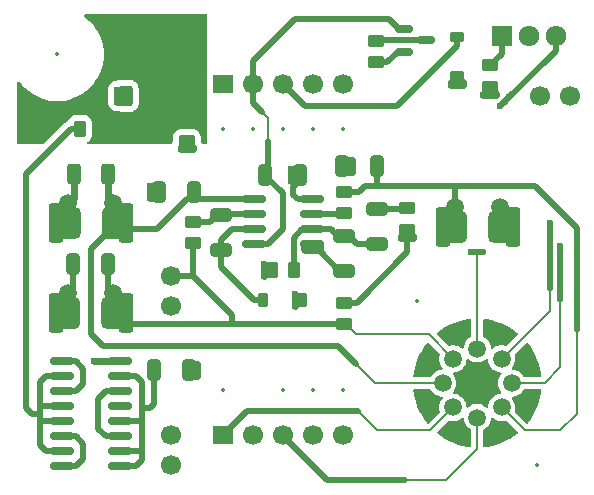
<source format=gtl>
%TF.GenerationSoftware,KiCad,Pcbnew,8.0.6*%
%TF.CreationDate,2024-11-21T00:19:29+01:00*%
%TF.ProjectId,3458A Ref A9 Clone,33343538-4120-4526-9566-20413920436c,rev?*%
%TF.SameCoordinates,Original*%
%TF.FileFunction,Copper,L1,Top*%
%TF.FilePolarity,Positive*%
%FSLAX46Y46*%
G04 Gerber Fmt 4.6, Leading zero omitted, Abs format (unit mm)*
G04 Created by KiCad (PCBNEW 8.0.6) date 2024-11-21 00:19:29*
%MOMM*%
%LPD*%
G01*
G04 APERTURE LIST*
G04 Aperture macros list*
%AMRoundRect*
0 Rectangle with rounded corners*
0 $1 Rounding radius*
0 $2 $3 $4 $5 $6 $7 $8 $9 X,Y pos of 4 corners*
0 Add a 4 corners polygon primitive as box body*
4,1,4,$2,$3,$4,$5,$6,$7,$8,$9,$2,$3,0*
0 Add four circle primitives for the rounded corners*
1,1,$1+$1,$2,$3*
1,1,$1+$1,$4,$5*
1,1,$1+$1,$6,$7*
1,1,$1+$1,$8,$9*
0 Add four rect primitives between the rounded corners*
20,1,$1+$1,$2,$3,$4,$5,0*
20,1,$1+$1,$4,$5,$6,$7,0*
20,1,$1+$1,$6,$7,$8,$9,0*
20,1,$1+$1,$8,$9,$2,$3,0*%
G04 Aperture macros list end*
%TA.AperFunction,SMDPad,CuDef*%
%ADD10RoundRect,0.150000X0.825000X0.150000X-0.825000X0.150000X-0.825000X-0.150000X0.825000X-0.150000X0*%
%TD*%
%TA.AperFunction,SMDPad,CuDef*%
%ADD11RoundRect,0.250000X-0.362500X-1.425000X0.362500X-1.425000X0.362500X1.425000X-0.362500X1.425000X0*%
%TD*%
%TA.AperFunction,ComponentPad*%
%ADD12C,1.500000*%
%TD*%
%TA.AperFunction,SMDPad,CuDef*%
%ADD13RoundRect,0.405613X-0.588137X-0.919387X0.588137X-0.919387X0.588137X0.919387X-0.588137X0.919387X0*%
%TD*%
%TA.AperFunction,SMDPad,CuDef*%
%ADD14RoundRect,0.420919X-0.610331X-0.904081X0.610331X-0.904081X0.610331X0.904081X-0.610331X0.904081X0*%
%TD*%
%TA.AperFunction,SMDPad,CuDef*%
%ADD15RoundRect,0.225000X-0.375000X0.225000X-0.375000X-0.225000X0.375000X-0.225000X0.375000X0.225000X0*%
%TD*%
%TA.AperFunction,SMDPad,CuDef*%
%ADD16RoundRect,0.250000X0.262500X0.450000X-0.262500X0.450000X-0.262500X-0.450000X0.262500X-0.450000X0*%
%TD*%
%TA.AperFunction,SMDPad,CuDef*%
%ADD17RoundRect,0.250000X-0.450000X0.262500X-0.450000X-0.262500X0.450000X-0.262500X0.450000X0.262500X0*%
%TD*%
%TA.AperFunction,SMDPad,CuDef*%
%ADD18RoundRect,0.250000X0.362500X1.425000X-0.362500X1.425000X-0.362500X-1.425000X0.362500X-1.425000X0*%
%TD*%
%TA.AperFunction,SMDPad,CuDef*%
%ADD19RoundRect,0.405613X0.588137X0.919387X-0.588137X0.919387X-0.588137X-0.919387X0.588137X-0.919387X0*%
%TD*%
%TA.AperFunction,SMDPad,CuDef*%
%ADD20RoundRect,0.420919X0.610331X0.904081X-0.610331X0.904081X-0.610331X-0.904081X0.610331X-0.904081X0*%
%TD*%
%TA.AperFunction,SMDPad,CuDef*%
%ADD21RoundRect,0.250000X-0.650000X0.325000X-0.650000X-0.325000X0.650000X-0.325000X0.650000X0.325000X0*%
%TD*%
%TA.AperFunction,SMDPad,CuDef*%
%ADD22RoundRect,0.250000X-0.262500X-0.450000X0.262500X-0.450000X0.262500X0.450000X-0.262500X0.450000X0*%
%TD*%
%TA.AperFunction,SMDPad,CuDef*%
%ADD23RoundRect,0.250000X0.650000X-0.325000X0.650000X0.325000X-0.650000X0.325000X-0.650000X-0.325000X0*%
%TD*%
%TA.AperFunction,ComponentPad*%
%ADD24R,1.700000X1.524000*%
%TD*%
%TA.AperFunction,ComponentPad*%
%ADD25C,1.700000*%
%TD*%
%TA.AperFunction,SMDPad,CuDef*%
%ADD26RoundRect,0.250000X0.450000X-0.262500X0.450000X0.262500X-0.450000X0.262500X-0.450000X-0.262500X0*%
%TD*%
%TA.AperFunction,SMDPad,CuDef*%
%ADD27RoundRect,0.150000X-0.825000X-0.150000X0.825000X-0.150000X0.825000X0.150000X-0.825000X0.150000X0*%
%TD*%
%TA.AperFunction,SMDPad,CuDef*%
%ADD28RoundRect,0.250000X-0.312500X-0.625000X0.312500X-0.625000X0.312500X0.625000X-0.312500X0.625000X0*%
%TD*%
%TA.AperFunction,SMDPad,CuDef*%
%ADD29RoundRect,0.250000X-0.325000X-0.650000X0.325000X-0.650000X0.325000X0.650000X-0.325000X0.650000X0*%
%TD*%
%TA.AperFunction,SMDPad,CuDef*%
%ADD30RoundRect,0.250000X0.325000X0.650000X-0.325000X0.650000X-0.325000X-0.650000X0.325000X-0.650000X0*%
%TD*%
%TA.AperFunction,SMDPad,CuDef*%
%ADD31RoundRect,0.225000X0.225000X0.375000X-0.225000X0.375000X-0.225000X-0.375000X0.225000X-0.375000X0*%
%TD*%
%TA.AperFunction,ComponentPad*%
%ADD32R,1.710000X1.800000*%
%TD*%
%TA.AperFunction,ComponentPad*%
%ADD33O,1.710000X1.800000*%
%TD*%
%TA.AperFunction,SMDPad,CuDef*%
%ADD34RoundRect,0.150000X-0.587500X-0.150000X0.587500X-0.150000X0.587500X0.150000X-0.587500X0.150000X0*%
%TD*%
%TA.AperFunction,ViaPad*%
%ADD35C,0.600000*%
%TD*%
%TA.AperFunction,Conductor*%
%ADD36C,0.508000*%
%TD*%
%TA.AperFunction,Conductor*%
%ADD37C,0.600000*%
%TD*%
%TA.AperFunction,Conductor*%
%ADD38C,0.200000*%
%TD*%
%ADD39C,0.300000*%
%ADD40C,0.350000*%
G04 APERTURE END LIST*
D10*
%TO.P,U402,1*%
%TO.N,Net-(C1-Pad1)*%
X155637000Y-112776000D03*
%TO.P,U402,2,-*%
%TO.N,Net-(U402A--)*%
X155637000Y-111506000D03*
%TO.P,U402,3,+*%
%TO.N,Net-(U402A-+)*%
X155637000Y-110236000D03*
%TO.P,U402,4,V-*%
%TO.N,J400 (2): REF GND*%
X155637000Y-108966000D03*
%TO.P,U402,5,+*%
%TO.N,Net-(U402B-+)*%
X150687000Y-108966000D03*
%TO.P,U402,6,-*%
%TO.N,Net-(U402B--)*%
X150687000Y-110236000D03*
%TO.P,U402,7*%
%TO.N,Net-(D400-A)*%
X150687000Y-111506000D03*
%TO.P,U402,8,V+*%
%TO.N,+18*%
X150687000Y-112776000D03*
%TD*%
D11*
%TO.P,R415,1*%
%TO.N,+7V REF*%
X133968900Y-110998000D03*
D12*
X135001000Y-109270800D03*
D13*
X135036800Y-110998000D03*
D12*
%TO.P,R415,2*%
%TO.N,Net-(U402B-+)*%
X138811000Y-109270800D03*
D14*
X138861800Y-110998000D03*
D11*
X139893900Y-110998000D03*
%TD*%
D15*
%TO.P,D401,1,K*%
%TO.N,J401 (3): GND Heater*%
X167894000Y-95251000D03*
%TO.P,D401,2,A*%
%TO.N,Net-(D401-A)*%
X167894000Y-98551000D03*
%TD*%
D16*
%TO.P,R416,1*%
%TO.N,Net-(U402A--)*%
X154074500Y-114935000D03*
%TO.P,R416,2*%
%TO.N,J400 (1): Temp*%
X152249500Y-114935000D03*
%TD*%
D17*
%TO.P,R1,1*%
%TO.N,Net-(U402B--)*%
X145542000Y-110847500D03*
%TO.P,R1,2*%
%TO.N,ZD-*%
X145542000Y-112672500D03*
%TD*%
D18*
%TO.P,R413,1*%
%TO.N,+7V REF*%
X172634500Y-111328200D03*
D12*
X171577000Y-109601000D03*
D19*
X171566600Y-111328200D03*
D12*
%TO.P,R413,2*%
%TO.N,Net-(C414-Pad1)*%
X167767000Y-109601000D03*
D20*
X167741600Y-111328200D03*
D18*
X166709500Y-111328200D03*
%TD*%
D21*
%TO.P,C412,1*%
%TO.N,Net-(C412-Pad1)*%
X161163000Y-109776999D03*
%TO.P,C412,2*%
%TO.N,Net-(U402A--)*%
X161163000Y-112727001D03*
%TD*%
D22*
%TO.P,R5,1*%
%TO.N,J400 (2): REF GND*%
X135993500Y-102997000D03*
%TO.P,R5,2*%
%TO.N,-15*%
X137818500Y-102997000D03*
%TD*%
D23*
%TO.P,C1,1*%
%TO.N,Net-(C1-Pad1)*%
X158369000Y-115013001D03*
%TO.P,C1,2*%
%TO.N,Net-(U402A--)*%
X158369000Y-112062999D03*
%TD*%
D12*
%TO.P,U401,1*%
%TO.N,Net-(Q401-E)*%
X172543018Y-124519986D03*
%TO.P,U401,2*%
%TO.N,Net-(D401-A)*%
X171687770Y-122455234D03*
%TO.P,U401,3*%
%TO.N,+7V REF*%
X169623018Y-121599986D03*
%TO.P,U401,4*%
%TO.N,ZD-*%
X167558266Y-122455234D03*
%TO.P,U401,5*%
%TO.N,Net-(U402B-+)*%
X166703018Y-124519986D03*
%TO.P,U401,6*%
%TO.N,J400 (1): Temp*%
X167558266Y-126584738D03*
%TO.P,U401,7*%
%TO.N,J400 (2): REF GND*%
X169623018Y-127439986D03*
%TO.P,U401,8*%
%TO.N,Net-(C414-Pad1)*%
X171687770Y-126584738D03*
%TD*%
D24*
%TO.P,J400,1,Pin_1*%
%TO.N,J400 (1): Temp*%
X148080000Y-128940000D03*
D25*
%TO.P,J400,2,Pin_2*%
%TO.N,unconnected-(J400-Pin_2-Pad2)*%
X150620000Y-128940000D03*
%TO.P,J400,3,Pin_3*%
%TO.N,J400 (2): REF GND*%
X153160000Y-128940000D03*
%TO.P,J400,4,Pin_4*%
%TO.N,+7V REF*%
X155700000Y-128940000D03*
%TO.P,J400,5,Pin_5*%
%TO.N,J400 (2): REF GND*%
X158240000Y-128940000D03*
%TD*%
D18*
%TO.P,R414,1*%
%TO.N,ZD-*%
X139868500Y-118618000D03*
D12*
X138811000Y-116890800D03*
D19*
X138800600Y-118618000D03*
D12*
%TO.P,R414,2*%
%TO.N,J400 (2): REF GND*%
X135001000Y-116890800D03*
D20*
X134975600Y-118618000D03*
D18*
X133943500Y-118618000D03*
%TD*%
D26*
%TO.P,R6,1*%
%TO.N,J400 (2): REF GND*%
X145034000Y-104036500D03*
%TO.P,R6,2*%
%TO.N,-15*%
X145034000Y-102211500D03*
%TD*%
D27*
%TO.P,RN1,1,R1.1*%
%TO.N,Net-(RN1A-R1.1)*%
X134431000Y-122682000D03*
%TO.P,RN1,2,R2.1*%
%TO.N,J400 (2): REF GND*%
X134431000Y-123952000D03*
%TO.P,RN1,3,R3.1*%
%TO.N,Net-(RN1A-R1.1)*%
X134431000Y-125222000D03*
%TO.P,RN1,4,R4.1*%
%TO.N,J400 (2): REF GND*%
X134431000Y-126492000D03*
%TO.P,RN1,5,R5.1*%
X134431000Y-127762000D03*
%TO.P,RN1,6,R6.1*%
%TO.N,Net-(RN1F-R6.1)*%
X134431000Y-129032000D03*
%TO.P,RN1,7,R7.1*%
%TO.N,J400 (2): REF GND*%
X134431000Y-130302000D03*
%TO.P,RN1,8,R8.1*%
%TO.N,Net-(RN1F-R6.1)*%
X134431000Y-131572000D03*
%TO.P,RN1,9,R8.2*%
%TO.N,J400 (1): Temp*%
X139381000Y-131572000D03*
%TO.P,RN1,10,R7.2*%
X139381000Y-130302000D03*
%TO.P,RN1,11,R6.2*%
%TO.N,Net-(RN1C-R3.2)*%
X139381000Y-129032000D03*
%TO.P,RN1,12,R5.2*%
%TO.N,J400 (1): Temp*%
X139381000Y-127762000D03*
%TO.P,RN1,13,R4.2*%
%TO.N,unconnected-(RN1D-R4.2-Pad13)*%
X139381000Y-126492000D03*
%TO.P,RN1,14,R3.2*%
%TO.N,Net-(RN1C-R3.2)*%
X139381000Y-125222000D03*
%TO.P,RN1,15,R2.2*%
%TO.N,J400 (1): Temp*%
X139381000Y-123952000D03*
%TO.P,RN1,16,R1.2*%
%TO.N,+7V REF*%
X139381000Y-122682000D03*
%TD*%
D28*
%TO.P,R2,1*%
%TO.N,+7V REF*%
X135443500Y-106807000D03*
%TO.P,R2,2*%
%TO.N,Net-(U402B-+)*%
X138368500Y-106807000D03*
%TD*%
D17*
%TO.P,R417,1*%
%TO.N,Net-(Q401-E)*%
X158369000Y-117705500D03*
%TO.P,R417,2*%
%TO.N,ZD-*%
X158369000Y-119530500D03*
%TD*%
D25*
%TO.P,TP2,1,1*%
%TO.N,J400 (2): REF GND*%
X143713200Y-131445000D03*
%TD*%
D28*
%TO.P,R419,1*%
%TO.N,J400 (2): REF GND*%
X139888500Y-100203000D03*
%TO.P,R419,2*%
%TO.N,-15*%
X142813500Y-100203000D03*
%TD*%
D21*
%TO.P,C3,1*%
%TO.N,Net-(U402B--)*%
X147955000Y-110284999D03*
%TO.P,C3,2*%
%TO.N,Net-(D400-A)*%
X147955000Y-113235001D03*
%TD*%
D29*
%TO.P,C413,1*%
%TO.N,+18*%
X151686999Y-106934000D03*
%TO.P,C413,2*%
%TO.N,J400 (2): REF GND*%
X154637001Y-106934000D03*
%TD*%
D30*
%TO.P,C414,1*%
%TO.N,Net-(C414-Pad1)*%
X161163000Y-106172000D03*
%TO.P,C414,2*%
%TO.N,J400 (2): REF GND*%
X158212998Y-106172000D03*
%TD*%
D25*
%TO.P,TP6,1,1*%
%TO.N,Net-(D401-A)*%
X174955200Y-100177600D03*
%TD*%
D31*
%TO.P,D400,1,K*%
%TO.N,+7V REF*%
X154812000Y-117475000D03*
%TO.P,D400,2,A*%
%TO.N,Net-(D400-A)*%
X151512000Y-117475000D03*
%TD*%
D26*
%TO.P,R421,1*%
%TO.N,Net-(Q1-S)*%
X161036000Y-97354399D03*
%TO.P,R421,2*%
%TO.N,+7V REF*%
X161036000Y-95529399D03*
%TD*%
D25*
%TO.P,TP3,1,1*%
%TO.N,ZD-*%
X143715000Y-115443000D03*
%TD*%
%TO.P,TP4,1,1*%
%TO.N,J400 (2): REF GND*%
X143715000Y-117983000D03*
%TD*%
D32*
%TO.P,Q401,1,B*%
%TO.N,J401 (1): Heater*%
X171715000Y-95122000D03*
D33*
%TO.P,Q401,2,C*%
%TO.N,+18H*%
X173994999Y-95122000D03*
%TO.P,Q401,3,E*%
%TO.N,Net-(Q401-E)*%
X176275000Y-95122000D03*
%TD*%
D25*
%TO.P,TP5,1,1*%
%TO.N,Net-(Q401-E)*%
X177495200Y-100177600D03*
%TD*%
D26*
%TO.P,R420,1*%
%TO.N,Net-(Q401-E)*%
X163703000Y-111529500D03*
%TO.P,R420,2*%
%TO.N,Net-(C412-Pad1)*%
X163703000Y-109704500D03*
%TD*%
%TO.P,R4,1*%
%TO.N,Net-(U402A-+)*%
X158369000Y-110132500D03*
%TO.P,R4,2*%
%TO.N,Net-(C414-Pad1)*%
X158369000Y-108307500D03*
%TD*%
D30*
%TO.P,C411,1*%
%TO.N,Net-(U402B-+)*%
X145620001Y-108331000D03*
%TO.P,C411,2*%
%TO.N,J400 (2): REF GND*%
X142669999Y-108331000D03*
%TD*%
D25*
%TO.P,TP1,1,1*%
%TO.N,J400 (1): Temp*%
X143713200Y-128905000D03*
%TD*%
D17*
%TO.P,R418,1*%
%TO.N,J401 (1): Heater*%
X170688000Y-97616000D03*
%TO.P,R418,2*%
%TO.N,Net-(C1-Pad1)*%
X170688000Y-99441000D03*
%TD*%
D34*
%TO.P,Q1,1,D*%
%TO.N,+18*%
X163400500Y-94554000D03*
%TO.P,Q1,2,S*%
%TO.N,Net-(Q1-S)*%
X163400500Y-96454000D03*
%TO.P,Q1,3,G*%
%TO.N,+7V REF*%
X165275501Y-95504000D03*
%TD*%
D29*
%TO.P,C4,1*%
%TO.N,J400 (1): Temp*%
X142238199Y-123444000D03*
%TO.P,C4,2*%
%TO.N,J400 (2): REF GND*%
X145188201Y-123444000D03*
%TD*%
D30*
%TO.P,C5,1*%
%TO.N,ZD-*%
X138381001Y-114427000D03*
%TO.P,C5,2*%
%TO.N,J400 (2): REF GND*%
X135430999Y-114427000D03*
%TD*%
D24*
%TO.P,J401,1,Pin_1*%
%TO.N,J401 (1): Heater*%
X148090000Y-99210000D03*
D25*
%TO.P,J401,2,Pin_2*%
%TO.N,+18*%
X150630000Y-99210000D03*
%TO.P,J401,3,Pin_3*%
%TO.N,J401 (3): GND Heater*%
X153170000Y-99210000D03*
%TO.P,J401,4,Pin_4*%
%TO.N,-15*%
X155710000Y-99210000D03*
%TO.P,J401,5,Pin_5*%
%TO.N,+18H*%
X158250000Y-99210000D03*
%TD*%
D35*
%TO.N,+7V REF*%
X162560001Y-95504001D03*
X137718800Y-122682000D03*
X154178000Y-116967000D03*
X169113200Y-113411000D03*
X154178000Y-117983000D03*
X154178000Y-117475000D03*
X138226800Y-122682000D03*
X137210801Y-122682001D03*
X170129199Y-113410999D03*
X169621200Y-113411000D03*
X163068000Y-95504000D03*
X163576000Y-95504000D03*
%TO.N,J400 (2): REF GND*%
X139164699Y-100203001D03*
X159004000Y-106172000D03*
X153896699Y-106425999D03*
X145923000Y-123952001D03*
X159004000Y-106680000D03*
X145541999Y-104726099D03*
X159003999Y-105664000D03*
X145034000Y-104726100D03*
X141935200Y-107822999D03*
X144526000Y-104726100D03*
X132588000Y-127635000D03*
X145922999Y-122936001D03*
X132588000Y-127127000D03*
X141935200Y-108331000D03*
X141935201Y-108838999D03*
X139164700Y-100710998D03*
X153896700Y-107441999D03*
X132588000Y-126619000D03*
X139164699Y-99694998D03*
X153896699Y-106934000D03*
X145923000Y-123443998D03*
%TO.N,J400 (1): Temp*%
X141224000Y-126644400D03*
X151559900Y-114935000D03*
X151559900Y-114427000D03*
X141224000Y-127152400D03*
X141224000Y-127660400D03*
X151559900Y-115443000D03*
%TO.N,Net-(D401-A)*%
X167386000Y-99314000D03*
X175768000Y-111506000D03*
X167894000Y-99314000D03*
X168402000Y-99314000D03*
X175768001Y-112013999D03*
X175768000Y-110998000D03*
%TO.N,unconnected-(J400-Pin_2-Pad2)*%
X167672582Y-129230870D03*
X168660411Y-129536199D03*
X173263271Y-126836632D03*
X170688000Y-124519986D03*
X168216436Y-124941614D03*
X167352836Y-120871572D03*
X170599625Y-120329957D03*
X168660411Y-128710015D03*
X165981604Y-126797168D03*
X170561000Y-128727200D03*
X173176832Y-123063000D03*
X164610004Y-125450968D03*
X165422804Y-125450968D03*
X170561000Y-129540000D03*
X168216436Y-124103414D03*
X173837232Y-123589004D03*
X164613805Y-123550379D03*
X164914804Y-126466968D03*
X173168239Y-125997718D03*
X174646231Y-125489593D03*
X168173032Y-120973172D03*
X171946664Y-120886733D03*
X174650032Y-123589004D03*
X166768636Y-120287372D03*
X171587454Y-119809102D03*
X171107750Y-120981765D03*
X165422028Y-121628604D03*
X165439989Y-123550379D03*
X171907200Y-128168400D03*
X166083204Y-125976972D03*
X167683036Y-119804772D03*
X170180000Y-124519986D03*
X173278432Y-122242804D03*
X173820047Y-125489593D03*
X172521400Y-120311996D03*
X171043600Y-124942600D03*
X168699036Y-120312772D03*
X171043600Y-124104400D03*
X174340902Y-126477422D03*
X166091797Y-123042254D03*
X164919134Y-122562550D03*
X173862632Y-121658604D03*
X174345232Y-122573004D03*
X166738636Y-128727976D03*
X167313372Y-128153239D03*
X165996765Y-122203340D03*
X172491400Y-128752600D03*
X169630018Y-124519986D03*
X165397404Y-127381368D03*
X173838008Y-127411368D03*
X171577000Y-129235200D03*
X170599625Y-119503773D03*
X168572036Y-124519000D03*
X169080036Y-124519000D03*
X171087004Y-128066800D03*
X168699036Y-119499972D03*
X168152286Y-128058207D03*
%TO.N,-15*%
X145034000Y-101521900D03*
X138531600Y-103505000D03*
X143560800Y-100710999D03*
X144526001Y-101521901D03*
X143560799Y-99695000D03*
X138531600Y-102997000D03*
X138531599Y-102489001D03*
X143560800Y-100203001D03*
X145542000Y-101521900D03*
%TO.N,Net-(Q401-E)*%
X164211000Y-112217200D03*
X176657001Y-113918999D03*
X176657000Y-112903000D03*
X163195000Y-112217200D03*
X172339000Y-100330000D03*
X176657000Y-113411000D03*
X171577000Y-101092000D03*
X163703000Y-112217200D03*
X171958000Y-100711000D03*
%TO.N,Net-(C1-Pad1)*%
X170149185Y-100126800D03*
X171226815Y-100126800D03*
X156210000Y-113284000D03*
X155067000Y-113284000D03*
X155637000Y-113284000D03*
X170688000Y-100126800D03*
%TD*%
D36*
%TO.N,+7V REF*%
X169113200Y-113411000D02*
X170129198Y-113411000D01*
D37*
X135443500Y-108828300D02*
X135443500Y-106934000D01*
X135001000Y-109270800D02*
X135443500Y-108828300D01*
D36*
X165275501Y-95504000D02*
X161061399Y-95504000D01*
X170129198Y-113411000D02*
X170129199Y-113410999D01*
D38*
X169623018Y-121599986D02*
X169623018Y-113412818D01*
X169623018Y-113412818D02*
X169621200Y-113411000D01*
D37*
X154686000Y-117475000D02*
X154178000Y-117983000D01*
X139381000Y-122682000D02*
X137210802Y-122682000D01*
D36*
X161061399Y-95504000D02*
X161036000Y-95529399D01*
D37*
X154812000Y-117475000D02*
X154686000Y-117475000D01*
X154178000Y-116967000D02*
X154178000Y-117983000D01*
X154686000Y-117475000D02*
X154178000Y-116967000D01*
D36*
%TO.N,J400 (2): REF GND*%
X135255000Y-102997000D02*
X135993500Y-102997000D01*
D37*
X159004000Y-106680000D02*
X158672000Y-106679999D01*
D36*
X145034000Y-104218100D02*
X145034000Y-103987600D01*
X132715000Y-127762000D02*
X132588000Y-127635000D01*
X133096000Y-130302000D02*
X134431000Y-130302000D01*
X154432000Y-108966000D02*
X154051000Y-108585000D01*
D37*
X158672000Y-106679999D02*
X158163999Y-106172000D01*
D36*
X132588000Y-127127000D02*
X132588000Y-127635000D01*
D37*
X144526001Y-104726099D02*
X144526000Y-104726100D01*
D36*
X131953000Y-127127000D02*
X131445000Y-126619000D01*
X156870400Y-132740400D02*
X153160000Y-129030000D01*
D37*
X145692500Y-122936001D02*
X145184500Y-123444001D01*
D36*
X145415000Y-123444000D02*
X145184500Y-123444001D01*
D37*
X158672000Y-105664000D02*
X158163999Y-106172000D01*
X145923000Y-123952001D02*
X145692500Y-123952001D01*
D38*
X166979600Y-132740400D02*
X169613014Y-130106986D01*
D37*
X139164699Y-99694998D02*
X139395199Y-99694998D01*
X141935199Y-107823000D02*
X141935200Y-108838999D01*
D36*
X154051000Y-108585000D02*
X154051000Y-107950000D01*
X135430999Y-116460801D02*
X135430999Y-114554000D01*
D37*
X159004000Y-106680000D02*
X159003999Y-105664000D01*
D36*
X134258300Y-117633500D02*
X135430999Y-116460801D01*
D37*
X154127198Y-106425999D02*
X154635199Y-106934000D01*
X145541999Y-104726099D02*
X145541999Y-104495599D01*
D36*
X134431000Y-126492000D02*
X132842000Y-126492000D01*
D37*
X145923000Y-123952001D02*
X145923000Y-122936002D01*
X145541999Y-104495599D02*
X145034000Y-103987600D01*
D38*
X169613014Y-130106986D02*
X169613014Y-127439986D01*
D36*
X133943500Y-117633500D02*
X134258300Y-117633500D01*
X154404699Y-106934000D02*
X154635199Y-106934000D01*
X163474400Y-132740400D02*
X156870400Y-132740400D01*
D37*
X153896700Y-107441999D02*
X154127200Y-107441999D01*
X144526000Y-104495600D02*
X145034000Y-103987600D01*
X139164700Y-100710998D02*
X139395200Y-100710998D01*
D36*
X132588000Y-124460000D02*
X132588000Y-126619000D01*
X132588000Y-127635000D02*
X132588000Y-129794000D01*
D37*
X141935200Y-108838999D02*
X142161998Y-108838999D01*
X139164699Y-99694998D02*
X139164699Y-100710997D01*
X139395199Y-99694998D02*
X139903199Y-100202999D01*
X153896699Y-106425999D02*
X154127198Y-106425999D01*
X145692500Y-123952001D02*
X145184500Y-123444001D01*
X145923000Y-122936002D02*
X145922999Y-122936001D01*
D36*
X132588000Y-127127000D02*
X131953000Y-127127000D01*
X134431000Y-123952000D02*
X133096000Y-123952000D01*
X133096000Y-123952000D02*
X132588000Y-124460000D01*
D37*
X144526000Y-104726100D02*
X144526000Y-104495600D01*
D36*
X139672699Y-100202999D02*
X139903199Y-100202999D01*
D37*
X145922999Y-122936001D02*
X145692500Y-122936001D01*
D36*
X139164699Y-100710997D02*
X139164700Y-100710998D01*
X132588000Y-126619000D02*
X132588000Y-127127000D01*
D37*
X141935199Y-107823000D02*
X142161998Y-107823001D01*
D36*
X131445000Y-126619000D02*
X131445000Y-106807000D01*
D37*
X153896700Y-107441999D02*
X153896700Y-106426001D01*
X154127200Y-107441999D02*
X154635199Y-106934000D01*
X153896700Y-106426001D02*
X153896699Y-106425999D01*
D36*
X154051000Y-107950000D02*
X154637001Y-107363999D01*
X155637000Y-108966000D02*
X154432000Y-108966000D01*
X132588000Y-129794000D02*
X133096000Y-130302000D01*
X132715000Y-126492000D02*
X132588000Y-126619000D01*
X131445000Y-106807000D02*
X135255000Y-102997000D01*
D37*
X145541999Y-104726099D02*
X144526001Y-104726099D01*
X139395200Y-100710998D02*
X139903199Y-100202999D01*
D36*
X134431000Y-127762000D02*
X132842000Y-127762000D01*
D38*
X163474400Y-132740400D02*
X166979600Y-132740400D01*
D37*
X159003999Y-105664000D02*
X158672000Y-105664000D01*
D36*
%TO.N,Net-(D400-A)*%
X150687000Y-111506000D02*
X148844000Y-111506000D01*
X147955000Y-112395000D02*
X147955000Y-113235001D01*
X148844000Y-111506000D02*
X147955000Y-112395000D01*
X150749000Y-117475000D02*
X151512000Y-117475000D01*
X147955000Y-113235001D02*
X147955000Y-114681000D01*
X147955000Y-114681000D02*
X150749000Y-117475000D01*
%TO.N,Net-(U402B--)*%
X146962500Y-110847500D02*
X147574000Y-110236000D01*
X147574000Y-110236000D02*
X150687000Y-110236000D01*
X145542000Y-110847500D02*
X146962500Y-110847500D01*
%TO.N,Net-(U402B-+)*%
X136906000Y-120396000D02*
X136906000Y-113157000D01*
X136906000Y-113157000D02*
X138861800Y-111201200D01*
D38*
X160968986Y-124519986D02*
X166703018Y-124519986D01*
D36*
X137922000Y-121412000D02*
X136906000Y-120396000D01*
D37*
X138368500Y-108828300D02*
X138368500Y-106934000D01*
D36*
X157861000Y-121412000D02*
X137922000Y-121412000D01*
X142494000Y-111506000D02*
X145034000Y-108966000D01*
X145034000Y-108966000D02*
X150687000Y-108966000D01*
D37*
X138811000Y-109270800D02*
X138368500Y-108828300D01*
D36*
X139893900Y-111506000D02*
X142494000Y-111506000D01*
X138861800Y-111201200D02*
X138861800Y-110998000D01*
D38*
X159385000Y-122936000D02*
X160968986Y-124519986D01*
D36*
X159385000Y-122936000D02*
X157861000Y-121412000D01*
%TO.N,J400 (1): Temp*%
X139381000Y-127762000D02*
X141224000Y-127762000D01*
X159512000Y-126873000D02*
X150147000Y-126873000D01*
X141224000Y-131064000D02*
X141224000Y-124460000D01*
D38*
X165619004Y-128524000D02*
X167558266Y-126584738D01*
D36*
X141884400Y-126644400D02*
X141224000Y-126644400D01*
D37*
X151559900Y-114935000D02*
X151559900Y-115443000D01*
D36*
X140716000Y-131572000D02*
X141224000Y-131064000D01*
X139381000Y-130302000D02*
X141097000Y-130302000D01*
D38*
X161163000Y-128524000D02*
X165619004Y-128524000D01*
D37*
X151559900Y-114935000D02*
X151559900Y-114427000D01*
D38*
X159512000Y-126873000D02*
X161163000Y-128524000D01*
D37*
X152067900Y-114935000D02*
X151559900Y-114427000D01*
X152067900Y-114935000D02*
X151559900Y-115443000D01*
D36*
X139381000Y-131572000D02*
X140716000Y-131572000D01*
D37*
X152298400Y-114935000D02*
X152067900Y-114935000D01*
D36*
X150147000Y-126873000D02*
X148080000Y-128940000D01*
X140716000Y-123952000D02*
X139381000Y-123952000D01*
X142238199Y-123444000D02*
X142238199Y-126290601D01*
X140716000Y-123952000D02*
X141224000Y-124460000D01*
X142238199Y-126290601D02*
X141884400Y-126644400D01*
D38*
%TO.N,ZD-*%
X158369000Y-119530500D02*
X158519500Y-119530500D01*
D36*
X158369000Y-119530500D02*
X139713100Y-119530500D01*
X140122500Y-118364000D02*
X139868500Y-118618000D01*
X139713100Y-119530500D02*
X138800600Y-118618000D01*
X139868500Y-117948300D02*
X139868500Y-118618000D01*
X138381001Y-114554000D02*
X138381001Y-116460801D01*
X145542000Y-115443000D02*
X148844000Y-118745000D01*
D38*
X159385000Y-120396000D02*
X165499032Y-120396000D01*
D36*
X138381001Y-116460801D02*
X139868500Y-117948300D01*
D38*
X165499032Y-120396000D02*
X167558266Y-122455234D01*
D36*
X148844000Y-118745000D02*
X148844000Y-119530500D01*
X143764000Y-115443000D02*
X145542000Y-115443000D01*
D38*
X158519500Y-119530500D02*
X159385000Y-120396000D01*
D36*
X145542000Y-112672500D02*
X145542000Y-115443000D01*
%TO.N,Net-(C412-Pad1)*%
X163630501Y-109776999D02*
X163703000Y-109704500D01*
X161163000Y-109776999D02*
X163630501Y-109776999D01*
%TO.N,Net-(U402A--)*%
X158798999Y-112062999D02*
X159463001Y-112727001D01*
X159463001Y-112727001D02*
X161163000Y-112727001D01*
X154813000Y-111506000D02*
X154074500Y-112244500D01*
X157226000Y-111506000D02*
X157782999Y-112062999D01*
X155637000Y-111506000D02*
X154813000Y-111506000D01*
X155637000Y-111506000D02*
X157226000Y-111506000D01*
X158369000Y-112062999D02*
X158798999Y-112062999D01*
X154074500Y-112244500D02*
X154074500Y-114935000D01*
X157782999Y-112062999D02*
X158369000Y-112062999D01*
D38*
%TO.N,+18*%
X163007000Y-94554000D02*
X163400500Y-94554000D01*
D36*
X151900000Y-106720999D02*
X151686999Y-106934000D01*
X151900000Y-104013000D02*
X151900000Y-106720999D01*
X151686999Y-106934000D02*
X151686999Y-106631001D01*
X153162000Y-108458000D02*
X153162000Y-111506000D01*
X150630000Y-100846000D02*
X150630000Y-99210000D01*
X151892000Y-112776000D02*
X150687000Y-112776000D01*
X151384000Y-101600000D02*
X150630000Y-100846000D01*
X154194000Y-93726000D02*
X162179000Y-93726000D01*
X162179000Y-93726000D02*
X163007000Y-94554000D01*
X151686999Y-106982999D02*
X153162000Y-108458000D01*
X150630000Y-97290000D02*
X154194000Y-93726000D01*
X151686999Y-106934000D02*
X151686999Y-106982999D01*
D38*
X151900000Y-104013000D02*
X151900000Y-102116000D01*
D36*
X153162000Y-111506000D02*
X151892000Y-112776000D01*
D38*
X151900000Y-102116000D02*
X151384000Y-101600000D01*
D36*
X150630000Y-99210000D02*
X150630000Y-97290000D01*
%TO.N,Net-(U402A-+)*%
X158265500Y-110236000D02*
X158369000Y-110132500D01*
X155637000Y-110236000D02*
X158265500Y-110236000D01*
D37*
%TO.N,Net-(D401-A)*%
X168402000Y-99314000D02*
X167386000Y-99314000D01*
X168402000Y-99059000D02*
X167894000Y-98551000D01*
X167386000Y-99059000D02*
X167894000Y-98551000D01*
D36*
X175768000Y-116586000D02*
X175768000Y-110998000D01*
D37*
X167386000Y-99314000D02*
X167386000Y-99059000D01*
X168402000Y-99314000D02*
X168402000Y-99059000D01*
D36*
X167894000Y-99314000D02*
X167894000Y-98551000D01*
D38*
X175768000Y-118375004D02*
X171687770Y-122455234D01*
X175768000Y-116586000D02*
X175768000Y-118375004D01*
D36*
%TO.N,J401 (3): GND Heater*%
X153170000Y-99210000D02*
X155052000Y-101092000D01*
X162814000Y-101092000D02*
X167894000Y-96012000D01*
X167894000Y-96012000D02*
X167894000Y-95251000D01*
X155052000Y-101092000D02*
X162814000Y-101092000D01*
%TO.N,J401 (1): Heater*%
X171715000Y-96636000D02*
X171715000Y-95122000D01*
X170688000Y-97616000D02*
X170862000Y-97616000D01*
X170735000Y-97616000D02*
X171715000Y-96636000D01*
D37*
%TO.N,-15*%
X138301099Y-102489001D02*
X137793100Y-102997000D01*
X143560799Y-99695000D02*
X143560799Y-100710998D01*
X138531599Y-102489001D02*
X138531599Y-103504999D01*
X138531599Y-102489001D02*
X138301099Y-102489001D01*
X143330299Y-99695000D02*
X142822300Y-100202999D01*
X143560799Y-100710998D02*
X143560800Y-100710999D01*
X143330300Y-100710999D02*
X142822300Y-100202999D01*
X138531599Y-103504999D02*
X138531600Y-103505000D01*
X138301100Y-103505000D02*
X137793100Y-102997000D01*
X144526001Y-101752401D02*
X145034000Y-102260400D01*
X145542000Y-101521900D02*
X145542000Y-101752400D01*
X144526001Y-101521901D02*
X145541999Y-101521901D01*
X145541999Y-101521901D02*
X145542000Y-101521900D01*
D36*
X138023600Y-102997000D02*
X137793100Y-102997000D01*
D37*
X143560799Y-99695000D02*
X143330299Y-99695000D01*
D36*
X145034000Y-102029900D02*
X145034000Y-102260400D01*
D37*
X144526001Y-101521901D02*
X144526001Y-101752401D01*
D36*
X143052800Y-100202999D02*
X142822300Y-100202999D01*
D37*
X145542000Y-101752400D02*
X145034000Y-102260400D01*
X138531600Y-103505000D02*
X138301100Y-103505000D01*
X143560800Y-100710999D02*
X143330300Y-100710999D01*
%TO.N,Net-(Q401-E)*%
X164211000Y-112217200D02*
X163195000Y-112217200D01*
D36*
X176276000Y-96393000D02*
X176276000Y-95123000D01*
X163703000Y-113411000D02*
X163703000Y-112037500D01*
D37*
X164211000Y-112217200D02*
X164211000Y-112066700D01*
D38*
X176657000Y-117475000D02*
X176657000Y-123190000D01*
D37*
X163195000Y-112066700D02*
X163703000Y-111558700D01*
D36*
X158369000Y-117705500D02*
X159408500Y-117705500D01*
X159408500Y-117705500D02*
X163703000Y-113411000D01*
D37*
X164211000Y-112066700D02*
X163703000Y-111558700D01*
D38*
X175327014Y-124519986D02*
X172543018Y-124519986D01*
D36*
X171577000Y-101092000D02*
X176276000Y-96393000D01*
X176657000Y-117475000D02*
X176657000Y-112903000D01*
D37*
X163195000Y-112217200D02*
X163195000Y-112066700D01*
D38*
X176657000Y-123190000D02*
X175327014Y-124519986D01*
D37*
%TO.N,Net-(C1-Pad1)*%
X156311600Y-112776000D02*
X156311600Y-113182400D01*
X170149185Y-100028715D02*
X170688000Y-99489900D01*
X154965400Y-113182400D02*
X155067000Y-113284000D01*
X155637000Y-112776000D02*
X156311600Y-112776000D01*
D36*
X158369000Y-115013001D02*
X157939001Y-115013001D01*
D37*
X170149185Y-100126800D02*
X170149185Y-100028715D01*
D36*
X170688000Y-99974400D02*
X170688000Y-99489900D01*
D37*
X170149185Y-100126800D02*
X171226815Y-100126800D01*
X155637000Y-112776000D02*
X154965400Y-112776000D01*
X154965400Y-112776000D02*
X154965400Y-113182400D01*
X171226815Y-100028715D02*
X170688000Y-99489900D01*
X171226815Y-100126800D02*
X171226815Y-100028715D01*
D36*
X157939001Y-115013001D02*
X156210000Y-113284000D01*
D37*
X156210000Y-113284000D02*
X155067000Y-113284000D01*
X156311600Y-113182400D02*
X156210000Y-113284000D01*
D36*
%TO.N,Net-(RN1C-R3.2)*%
X139381000Y-125222000D02*
X138176000Y-125222000D01*
X138176000Y-129032000D02*
X139381000Y-129032000D01*
X137541000Y-128397000D02*
X138176000Y-129032000D01*
X137541000Y-125857000D02*
X137541000Y-128397000D01*
X138176000Y-125222000D02*
X137541000Y-125857000D01*
%TO.N,Net-(RN1F-R6.1)*%
X135636000Y-131572000D02*
X134431000Y-131572000D01*
X134431000Y-129032000D02*
X135636000Y-129032000D01*
X135636000Y-129032000D02*
X136271000Y-129667000D01*
X136271000Y-129667000D02*
X136271000Y-130937000D01*
X136271000Y-130937000D02*
X135636000Y-131572000D01*
%TO.N,Net-(RN1A-R1.1)*%
X136271000Y-123317000D02*
X136271000Y-124587000D01*
X135636000Y-125222000D02*
X134431000Y-125222000D01*
X134431000Y-122682000D02*
X135636000Y-122682000D01*
X136271000Y-124587000D02*
X135636000Y-125222000D01*
X135636000Y-122682000D02*
X136271000Y-123317000D01*
D38*
%TO.N,Net-(C414-Pad1)*%
X178054000Y-127127000D02*
X176657000Y-128524000D01*
D36*
X167767000Y-109601000D02*
X167767000Y-107823000D01*
X178054000Y-111379000D02*
X174498000Y-107823000D01*
X161163000Y-106172000D02*
X161163000Y-107793999D01*
D38*
X173627032Y-128524000D02*
X171687770Y-126584738D01*
D36*
X178054000Y-120015000D02*
X178054000Y-111379000D01*
D38*
X176657000Y-128524000D02*
X173627032Y-128524000D01*
X178054000Y-120015000D02*
X178054000Y-127127000D01*
D36*
X174498000Y-107823000D02*
X171704000Y-107823000D01*
X171704000Y-107823000D02*
X160100000Y-107823000D01*
X160100000Y-107823000D02*
X159615500Y-108307500D01*
X159615500Y-108307500D02*
X158369000Y-108307500D01*
%TO.N,Net-(Q1-S)*%
X161979601Y-97354399D02*
X161036000Y-97354399D01*
X162880000Y-96454000D02*
X161979601Y-97354399D01*
X163400500Y-96454000D02*
X162880000Y-96454000D01*
%TD*%
%TA.AperFunction,Conductor*%
%TO.N,unconnected-(J400-Pin_2-Pad2)*%
G36*
X170908715Y-127438693D02*
G01*
X170936259Y-127456460D01*
X170971733Y-127488799D01*
X170991468Y-127506790D01*
X170991469Y-127506791D01*
X171095159Y-127570993D01*
X171172751Y-127619036D01*
X171371572Y-127696059D01*
X171581160Y-127735238D01*
X171794380Y-127735238D01*
X172003968Y-127696059D01*
X172006730Y-127694988D01*
X172007975Y-127694919D01*
X172008374Y-127694806D01*
X172008399Y-127694895D01*
X172067817Y-127691587D01*
X172112511Y-127717293D01*
X173034656Y-128639438D01*
X173062433Y-128693955D01*
X173052862Y-128754387D01*
X173023440Y-128789097D01*
X172705242Y-129023937D01*
X172699125Y-129028108D01*
X172360053Y-129241162D01*
X172353658Y-129244854D01*
X171999617Y-129431969D01*
X171992961Y-129435175D01*
X171625911Y-129595317D01*
X171619020Y-129598021D01*
X171241056Y-129730277D01*
X171233981Y-129732460D01*
X170847181Y-129836102D01*
X170839963Y-129837749D01*
X170446503Y-129912196D01*
X170439182Y-129913300D01*
X170223598Y-129937590D01*
X170163656Y-129925316D01*
X170122377Y-129880154D01*
X170113514Y-129839212D01*
X170113514Y-128544610D01*
X170132421Y-128486419D01*
X170160393Y-128460441D01*
X170319320Y-128362038D01*
X170476890Y-128218393D01*
X170605384Y-128048241D01*
X170700423Y-127857375D01*
X170758774Y-127652296D01*
X170770987Y-127520486D01*
X170795183Y-127464291D01*
X170847790Y-127433047D01*
X170908715Y-127438693D01*
G37*
%TD.AperFunction*%
%TA.AperFunction,Conductor*%
G36*
X168425441Y-127443583D02*
G01*
X168466662Y-127488799D01*
X168475048Y-127520484D01*
X168484180Y-127619032D01*
X168487262Y-127652297D01*
X168510467Y-127733853D01*
X168545613Y-127857375D01*
X168640652Y-128048241D01*
X168769146Y-128218393D01*
X168769153Y-128218399D01*
X168926710Y-128362033D01*
X168926712Y-128362035D01*
X168926716Y-128362038D01*
X169065632Y-128448051D01*
X169105152Y-128494758D01*
X169112514Y-128532221D01*
X169112514Y-129835381D01*
X169093607Y-129893572D01*
X169044107Y-129929536D01*
X169002429Y-129933759D01*
X168820851Y-129913300D01*
X168813531Y-129912196D01*
X168420071Y-129837749D01*
X168412853Y-129836102D01*
X168026053Y-129732460D01*
X168018978Y-129730277D01*
X167641014Y-129598021D01*
X167634123Y-129595317D01*
X167267073Y-129435175D01*
X167260427Y-129431974D01*
X166906365Y-129244847D01*
X166899989Y-129241167D01*
X166705867Y-129119192D01*
X166560909Y-129028108D01*
X166554792Y-129023937D01*
X166232601Y-128786151D01*
X166226825Y-128781545D01*
X166223014Y-128778266D01*
X166191243Y-128725979D01*
X166196273Y-128665001D01*
X166217587Y-128633229D01*
X167133525Y-127717291D01*
X167188040Y-127689516D01*
X167237660Y-127694811D01*
X167237662Y-127694806D01*
X167237692Y-127694814D01*
X167239298Y-127694986D01*
X167242066Y-127696059D01*
X167451656Y-127735238D01*
X167664876Y-127735238D01*
X167874464Y-127696059D01*
X168073285Y-127619036D01*
X168254568Y-127506790D01*
X168309775Y-127456461D01*
X168365515Y-127431231D01*
X168425441Y-127443583D01*
G37*
%TD.AperFunction*%
%TA.AperFunction,Conductor*%
G36*
X175005521Y-125039393D02*
G01*
X175041485Y-125088893D01*
X175045707Y-125130571D01*
X175023331Y-125329151D01*
X175022228Y-125336471D01*
X174947781Y-125729931D01*
X174946134Y-125737149D01*
X174842492Y-126123949D01*
X174840309Y-126131024D01*
X174708053Y-126508988D01*
X174705349Y-126515879D01*
X174545207Y-126882929D01*
X174542001Y-126889585D01*
X174354886Y-127243626D01*
X174351194Y-127250021D01*
X174138140Y-127589093D01*
X174133969Y-127595210D01*
X173896182Y-127917402D01*
X173891566Y-127923190D01*
X173888301Y-127926984D01*
X173836013Y-127958758D01*
X173775035Y-127953730D01*
X173743258Y-127932412D01*
X172816900Y-127006054D01*
X172789123Y-126951537D01*
X172791684Y-126908956D01*
X172798127Y-126886315D01*
X172823526Y-126797048D01*
X172843199Y-126584738D01*
X172823526Y-126372428D01*
X172765175Y-126167349D01*
X172670136Y-125976483D01*
X172558871Y-125829146D01*
X172538893Y-125771316D01*
X172556722Y-125712785D01*
X172605549Y-125675913D01*
X172637876Y-125670486D01*
X172649628Y-125670486D01*
X172859216Y-125631307D01*
X173058037Y-125554284D01*
X173239320Y-125442038D01*
X173396890Y-125298393D01*
X173525384Y-125128241D01*
X173551716Y-125075357D01*
X173594578Y-125031696D01*
X173640337Y-125020486D01*
X174947330Y-125020486D01*
X175005521Y-125039393D01*
G37*
%TD.AperFunction*%
%TA.AperFunction,Conductor*%
G36*
X165663890Y-125039393D02*
G01*
X165694319Y-125075356D01*
X165720652Y-125128241D01*
X165849146Y-125298393D01*
X165890915Y-125336471D01*
X166006710Y-125442033D01*
X166006717Y-125442039D01*
X166110407Y-125506241D01*
X166187999Y-125554284D01*
X166386820Y-125631307D01*
X166596408Y-125670486D01*
X166608160Y-125670486D01*
X166666351Y-125689393D01*
X166702315Y-125738893D01*
X166702315Y-125800079D01*
X166687164Y-125829147D01*
X166575901Y-125976481D01*
X166575896Y-125976490D01*
X166480862Y-126167346D01*
X166422510Y-126372426D01*
X166402837Y-126584738D01*
X166422510Y-126797049D01*
X166454351Y-126908958D01*
X166452090Y-126970101D01*
X166429134Y-127006054D01*
X165510564Y-127924624D01*
X165456047Y-127952401D01*
X165395615Y-127942830D01*
X165360905Y-127913408D01*
X165126065Y-127595210D01*
X165121894Y-127589093D01*
X164908830Y-127250004D01*
X164905159Y-127243646D01*
X164718022Y-126889564D01*
X164714834Y-126882944D01*
X164554683Y-126515875D01*
X164551981Y-126508988D01*
X164504196Y-126372428D01*
X164419724Y-126131021D01*
X164417542Y-126123949D01*
X164313900Y-125737149D01*
X164312253Y-125729931D01*
X164299529Y-125662686D01*
X164263718Y-125473417D01*
X164237806Y-125336471D01*
X164236703Y-125329151D01*
X164214328Y-125130571D01*
X164226601Y-125070629D01*
X164271763Y-125029349D01*
X164312705Y-125020486D01*
X165605699Y-125020486D01*
X165663890Y-125039393D01*
G37*
%TD.AperFunction*%
%TA.AperFunction,Conductor*%
G36*
X170490193Y-122458831D02*
G01*
X170531414Y-122504047D01*
X170539800Y-122535732D01*
X170548932Y-122634280D01*
X170552014Y-122667545D01*
X170564466Y-122711307D01*
X170610365Y-122872623D01*
X170705404Y-123063489D01*
X170833898Y-123233641D01*
X170904504Y-123298007D01*
X170991462Y-123377281D01*
X170991469Y-123377287D01*
X171095159Y-123441489D01*
X171172751Y-123489532D01*
X171371572Y-123566555D01*
X171581160Y-123605734D01*
X171592912Y-123605734D01*
X171651103Y-123624641D01*
X171687067Y-123674141D01*
X171687067Y-123735327D01*
X171671916Y-123764395D01*
X171560653Y-123911729D01*
X171560648Y-123911738D01*
X171465614Y-124102594D01*
X171407262Y-124307674D01*
X171387589Y-124519986D01*
X171407262Y-124732297D01*
X171465614Y-124937377D01*
X171560648Y-125128233D01*
X171560653Y-125128242D01*
X171671916Y-125275577D01*
X171691895Y-125333408D01*
X171674066Y-125391939D01*
X171625239Y-125428811D01*
X171592912Y-125434238D01*
X171581160Y-125434238D01*
X171371574Y-125473416D01*
X171172750Y-125550440D01*
X171172745Y-125550443D01*
X170991469Y-125662684D01*
X170991462Y-125662690D01*
X170833905Y-125806324D01*
X170833901Y-125806327D01*
X170833898Y-125806331D01*
X170833895Y-125806335D01*
X170705405Y-125976481D01*
X170705400Y-125976490D01*
X170610366Y-126167346D01*
X170552014Y-126372426D01*
X170539800Y-126504235D01*
X170515603Y-126560433D01*
X170462996Y-126591676D01*
X170402072Y-126586030D01*
X170374527Y-126568262D01*
X170319320Y-126517934D01*
X170319319Y-126517933D01*
X170319318Y-126517932D01*
X170138042Y-126405691D01*
X170138037Y-126405688D01*
X169939213Y-126328664D01*
X169729628Y-126289486D01*
X169516408Y-126289486D01*
X169306822Y-126328664D01*
X169107998Y-126405688D01*
X169107993Y-126405691D01*
X168926717Y-126517932D01*
X168926716Y-126517933D01*
X168871509Y-126568262D01*
X168815768Y-126593492D01*
X168755842Y-126581140D01*
X168714622Y-126535923D01*
X168706235Y-126504235D01*
X168694022Y-126372428D01*
X168635671Y-126167349D01*
X168540632Y-125976483D01*
X168412138Y-125806331D01*
X168337931Y-125738682D01*
X168254573Y-125662690D01*
X168254566Y-125662684D01*
X168073290Y-125550443D01*
X168073285Y-125550440D01*
X167874461Y-125473416D01*
X167664876Y-125434238D01*
X167653124Y-125434238D01*
X167594933Y-125415331D01*
X167558969Y-125365831D01*
X167558969Y-125304645D01*
X167574120Y-125275577D01*
X167620031Y-125214781D01*
X167685384Y-125128241D01*
X167780423Y-124937375D01*
X167838774Y-124732296D01*
X167858447Y-124519986D01*
X167838774Y-124307676D01*
X167780423Y-124102597D01*
X167685384Y-123911731D01*
X167574119Y-123764394D01*
X167554141Y-123706564D01*
X167571970Y-123648033D01*
X167620797Y-123611161D01*
X167653124Y-123605734D01*
X167664876Y-123605734D01*
X167874464Y-123566555D01*
X168073285Y-123489532D01*
X168254568Y-123377286D01*
X168412138Y-123233641D01*
X168540632Y-123063489D01*
X168635671Y-122872623D01*
X168694022Y-122667544D01*
X168706235Y-122535734D01*
X168730431Y-122479539D01*
X168783038Y-122448295D01*
X168843963Y-122453941D01*
X168871507Y-122471708D01*
X168906981Y-122504047D01*
X168926716Y-122522038D01*
X168926717Y-122522039D01*
X168992844Y-122562983D01*
X169107999Y-122634284D01*
X169306820Y-122711307D01*
X169516408Y-122750486D01*
X169729628Y-122750486D01*
X169939216Y-122711307D01*
X170138037Y-122634284D01*
X170319320Y-122522038D01*
X170374527Y-122471709D01*
X170430267Y-122446479D01*
X170490193Y-122458831D01*
G37*
%TD.AperFunction*%
%TA.AperFunction,Conductor*%
G36*
X165471856Y-121091427D02*
G01*
X165510564Y-121115346D01*
X166429134Y-122033916D01*
X166456911Y-122088433D01*
X166454351Y-122131012D01*
X166422510Y-122242922D01*
X166402837Y-122455234D01*
X166422510Y-122667545D01*
X166434962Y-122711307D01*
X166480861Y-122872623D01*
X166575900Y-123063489D01*
X166687164Y-123210825D01*
X166707143Y-123268656D01*
X166689314Y-123327187D01*
X166640487Y-123364059D01*
X166608160Y-123369486D01*
X166596408Y-123369486D01*
X166386822Y-123408664D01*
X166187998Y-123485688D01*
X166187993Y-123485691D01*
X166006717Y-123597932D01*
X166006710Y-123597938D01*
X165849153Y-123741572D01*
X165849149Y-123741575D01*
X165849146Y-123741579D01*
X165849143Y-123741583D01*
X165720653Y-123911729D01*
X165720652Y-123911731D01*
X165694319Y-123964614D01*
X165651458Y-124008276D01*
X165605699Y-124019486D01*
X164312705Y-124019486D01*
X164254514Y-124000579D01*
X164218550Y-123951079D01*
X164214328Y-123909401D01*
X164236703Y-123710819D01*
X164237806Y-123703499D01*
X164257780Y-123597934D01*
X164312254Y-123310030D01*
X164313900Y-123302821D01*
X164417545Y-122916010D01*
X164419725Y-122908946D01*
X164551986Y-122530968D01*
X164554679Y-122524104D01*
X164714839Y-122157015D01*
X164718016Y-122150417D01*
X164905165Y-121796312D01*
X164908823Y-121789977D01*
X165121902Y-121450864D01*
X165126055Y-121444773D01*
X165360905Y-121126561D01*
X165410672Y-121090969D01*
X165471856Y-121091427D01*
G37*
%TD.AperFunction*%
%TA.AperFunction,Conductor*%
G36*
X173858207Y-121089352D02*
G01*
X173888297Y-121112982D01*
X173891577Y-121116793D01*
X173896183Y-121122569D01*
X174133969Y-121444760D01*
X174138140Y-121450877D01*
X174351194Y-121789949D01*
X174354879Y-121796333D01*
X174542006Y-122150395D01*
X174545207Y-122157041D01*
X174705349Y-122524091D01*
X174708053Y-122530982D01*
X174840309Y-122908946D01*
X174842492Y-122916021D01*
X174946134Y-123302821D01*
X174947781Y-123310039D01*
X175022228Y-123703499D01*
X175023331Y-123710819D01*
X175045707Y-123909401D01*
X175033435Y-123969343D01*
X174988273Y-124010623D01*
X174947330Y-124019486D01*
X173640337Y-124019486D01*
X173582146Y-124000579D01*
X173551716Y-123964615D01*
X173525384Y-123911731D01*
X173396890Y-123741579D01*
X173268616Y-123624641D01*
X173239325Y-123597938D01*
X173239318Y-123597932D01*
X173058042Y-123485691D01*
X173058037Y-123485688D01*
X172859213Y-123408664D01*
X172649628Y-123369486D01*
X172637876Y-123369486D01*
X172579685Y-123350579D01*
X172543721Y-123301079D01*
X172543721Y-123239893D01*
X172558872Y-123210825D01*
X172670136Y-123063489D01*
X172765175Y-122872623D01*
X172823526Y-122667544D01*
X172843199Y-122455234D01*
X172823526Y-122242924D01*
X172791683Y-122131010D01*
X172793944Y-122069870D01*
X172816898Y-122033918D01*
X173743260Y-121107556D01*
X173797775Y-121079781D01*
X173858207Y-121089352D01*
G37*
%TD.AperFunction*%
%TA.AperFunction,Conductor*%
G36*
X170439185Y-119126671D02*
G01*
X170446498Y-119127773D01*
X170839966Y-119202221D01*
X170847178Y-119203867D01*
X171233984Y-119307511D01*
X171241053Y-119309692D01*
X171619025Y-119441951D01*
X171625907Y-119444651D01*
X171992976Y-119604802D01*
X171999596Y-119607990D01*
X172353678Y-119795127D01*
X172360036Y-119798798D01*
X172568219Y-119929608D01*
X172699125Y-120011862D01*
X172705242Y-120016033D01*
X173023440Y-120250873D01*
X173059033Y-120300640D01*
X173058575Y-120361824D01*
X173034656Y-120400532D01*
X172112511Y-121322677D01*
X172057994Y-121350454D01*
X172008373Y-121345164D01*
X172008373Y-121345166D01*
X172008365Y-121345163D01*
X172006754Y-121344992D01*
X172003967Y-121343912D01*
X171794380Y-121304734D01*
X171581160Y-121304734D01*
X171371574Y-121343912D01*
X171172750Y-121420936D01*
X171172745Y-121420939D01*
X170991469Y-121533180D01*
X170991468Y-121533181D01*
X170936261Y-121583510D01*
X170880520Y-121608740D01*
X170820594Y-121596388D01*
X170779374Y-121551171D01*
X170770987Y-121519483D01*
X170764063Y-121444760D01*
X170758774Y-121387676D01*
X170700423Y-121182597D01*
X170605384Y-120991731D01*
X170476890Y-120821579D01*
X170409563Y-120760202D01*
X170319325Y-120677938D01*
X170319318Y-120677932D01*
X170170401Y-120585726D01*
X170130880Y-120539017D01*
X170123518Y-120501555D01*
X170123518Y-119201884D01*
X170142425Y-119143693D01*
X170191925Y-119107729D01*
X170233603Y-119103507D01*
X170439185Y-119126671D01*
G37*
%TD.AperFunction*%
%TA.AperFunction,Conductor*%
G36*
X169072375Y-119117356D02*
G01*
X169113655Y-119162518D01*
X169122518Y-119203460D01*
X169122518Y-120501555D01*
X169103611Y-120559746D01*
X169075635Y-120585726D01*
X168926717Y-120677932D01*
X168926710Y-120677938D01*
X168769153Y-120821572D01*
X168769149Y-120821575D01*
X168769146Y-120821579D01*
X168769143Y-120821583D01*
X168640653Y-120991729D01*
X168640648Y-120991738D01*
X168545614Y-121182594D01*
X168487262Y-121387674D01*
X168475048Y-121519483D01*
X168450851Y-121575681D01*
X168398244Y-121606924D01*
X168337320Y-121601278D01*
X168309775Y-121583510D01*
X168254568Y-121533182D01*
X168254567Y-121533181D01*
X168254566Y-121533180D01*
X168073290Y-121420939D01*
X168073285Y-121420936D01*
X167891348Y-121350454D01*
X167874464Y-121343913D01*
X167874463Y-121343912D01*
X167874461Y-121343912D01*
X167664876Y-121304734D01*
X167451656Y-121304734D01*
X167242068Y-121343912D01*
X167239288Y-121344990D01*
X167238037Y-121345059D01*
X167237663Y-121345166D01*
X167237638Y-121345081D01*
X167178197Y-121348378D01*
X167133524Y-121322678D01*
X166217590Y-120406744D01*
X166189813Y-120352227D01*
X166199384Y-120291795D01*
X166223011Y-120261707D01*
X166226841Y-120258411D01*
X166232581Y-120253834D01*
X166554805Y-120016023D01*
X166560896Y-120011870D01*
X166900009Y-119798791D01*
X166906344Y-119795133D01*
X167260449Y-119607984D01*
X167267047Y-119604807D01*
X167634136Y-119444647D01*
X167641000Y-119441954D01*
X168018989Y-119309689D01*
X168026042Y-119307513D01*
X168412862Y-119203865D01*
X168420056Y-119202223D01*
X168813571Y-119127766D01*
X168820811Y-119126674D01*
X169012438Y-119105083D01*
X169072375Y-119117356D01*
G37*
%TD.AperFunction*%
%TD*%
%TA.AperFunction,Conductor*%
%TO.N,-15*%
G36*
X146704239Y-93310185D02*
G01*
X146749994Y-93362989D01*
X146761200Y-93414500D01*
X146761200Y-98277147D01*
X146753382Y-98320480D01*
X146745908Y-98340517D01*
X146739501Y-98400116D01*
X146739500Y-98400135D01*
X146739500Y-100019870D01*
X146739501Y-100019876D01*
X146745908Y-100079481D01*
X146753382Y-100099518D01*
X146761200Y-100142852D01*
X146761200Y-104193800D01*
X146741515Y-104260839D01*
X146688711Y-104306594D01*
X146637200Y-104317800D01*
X146417661Y-104317800D01*
X146350622Y-104298115D01*
X146304867Y-104245311D01*
X146303100Y-104241252D01*
X146251394Y-104116421D01*
X146249139Y-104112202D01*
X146234499Y-104053752D01*
X146234499Y-103723998D01*
X146234498Y-103723981D01*
X146223999Y-103621203D01*
X146223998Y-103621200D01*
X146182845Y-103497009D01*
X146168814Y-103454666D01*
X146076712Y-103305344D01*
X145952656Y-103181288D01*
X145803334Y-103089186D01*
X145636797Y-103034001D01*
X145636795Y-103034000D01*
X145534010Y-103023500D01*
X144533998Y-103023500D01*
X144533980Y-103023501D01*
X144431203Y-103034000D01*
X144431200Y-103034001D01*
X144264668Y-103089185D01*
X144264663Y-103089187D01*
X144115342Y-103181289D01*
X143991289Y-103305342D01*
X143899187Y-103454663D01*
X143899185Y-103454668D01*
X143871349Y-103538670D01*
X143844001Y-103621203D01*
X143844001Y-103621204D01*
X143844000Y-103621204D01*
X143833500Y-103723983D01*
X143833500Y-104053753D01*
X143818862Y-104112198D01*
X143816609Y-104116412D01*
X143764899Y-104241253D01*
X143721058Y-104295656D01*
X143654764Y-104317721D01*
X143650338Y-104317800D01*
X136711041Y-104317800D01*
X136644002Y-104298115D01*
X136598247Y-104245311D01*
X136588303Y-104176153D01*
X136617328Y-104112597D01*
X136645945Y-104088261D01*
X136649269Y-104086211D01*
X136724656Y-104039712D01*
X136848712Y-103915656D01*
X136940814Y-103766334D01*
X136995999Y-103599797D01*
X137006500Y-103497009D01*
X137006499Y-102496992D01*
X136995999Y-102394203D01*
X136940814Y-102227666D01*
X136848712Y-102078344D01*
X136724656Y-101954288D01*
X136575334Y-101862186D01*
X136408797Y-101807001D01*
X136408795Y-101807000D01*
X136306010Y-101796500D01*
X135680998Y-101796500D01*
X135680980Y-101796501D01*
X135578203Y-101807000D01*
X135578200Y-101807001D01*
X135411668Y-101862185D01*
X135411663Y-101862187D01*
X135262342Y-101954289D01*
X135138289Y-102078342D01*
X135046181Y-102227673D01*
X135043926Y-102232510D01*
X134997749Y-102284944D01*
X134979122Y-102294605D01*
X134978164Y-102295003D01*
X134978045Y-102295053D01*
X134897608Y-102328371D01*
X134774033Y-102410941D01*
X134721487Y-102463487D01*
X134668941Y-102516034D01*
X132903494Y-104281481D01*
X132842171Y-104314966D01*
X132815813Y-104317800D01*
X130794500Y-104317800D01*
X130727461Y-104298115D01*
X130681706Y-104245311D01*
X130670500Y-104193800D01*
X130670500Y-99123715D01*
X130690185Y-99056676D01*
X130742989Y-99010921D01*
X130812147Y-99000977D01*
X130875703Y-99030002D01*
X130892556Y-99047814D01*
X131055767Y-99258666D01*
X131063745Y-99268972D01*
X131298318Y-99515743D01*
X131339421Y-99558983D01*
X131643018Y-99819613D01*
X131643021Y-99819615D01*
X131971432Y-100048196D01*
X132321283Y-100242379D01*
X132688984Y-100400172D01*
X132688994Y-100400175D01*
X132688999Y-100400177D01*
X133070751Y-100519953D01*
X133070754Y-100519953D01*
X133070762Y-100519956D01*
X133462700Y-100600501D01*
X133781160Y-100632885D01*
X133860775Y-100640981D01*
X133860776Y-100640981D01*
X134260905Y-100640981D01*
X134327250Y-100634234D01*
X134658980Y-100600501D01*
X135050918Y-100519956D01*
X135432696Y-100400172D01*
X135800397Y-100242379D01*
X136150248Y-100048196D01*
X136478659Y-99819615D01*
X136623823Y-99694996D01*
X138359134Y-99694996D01*
X138359134Y-99694999D01*
X138363419Y-99733027D01*
X138364199Y-99746912D01*
X138364199Y-100151086D01*
X138363419Y-100164970D01*
X138359134Y-100202999D01*
X138359134Y-100203002D01*
X138363419Y-100241030D01*
X138364199Y-100254915D01*
X138364199Y-100659092D01*
X138363419Y-100672976D01*
X138359135Y-100710996D01*
X138359135Y-100710999D01*
X138363419Y-100749018D01*
X138364199Y-100762903D01*
X138364199Y-100789839D01*
X138371990Y-100829012D01*
X138373592Y-100839314D01*
X138379332Y-100890253D01*
X138379332Y-100890255D01*
X138387673Y-100914091D01*
X138392248Y-100930853D01*
X138394960Y-100944488D01*
X138394961Y-100944491D01*
X138415207Y-100993371D01*
X138417686Y-100999866D01*
X138438907Y-101060512D01*
X138438910Y-101060517D01*
X138438911Y-101060520D01*
X138445411Y-101070865D01*
X138454968Y-101089363D01*
X138455305Y-101090176D01*
X138491928Y-101144986D01*
X138493815Y-101147899D01*
X138534884Y-101213260D01*
X138662438Y-101340814D01*
X138727831Y-101381903D01*
X138730740Y-101383788D01*
X138785521Y-101420392D01*
X138786306Y-101420717D01*
X138804834Y-101430287D01*
X138815178Y-101436787D01*
X138875875Y-101458026D01*
X138882307Y-101460482D01*
X138910721Y-101472251D01*
X138931197Y-101480733D01*
X138931198Y-101480733D01*
X138931203Y-101480735D01*
X138944839Y-101483447D01*
X138961598Y-101488021D01*
X138985445Y-101496366D01*
X139036414Y-101502108D01*
X139046692Y-101503707D01*
X139073840Y-101509107D01*
X139085857Y-101511498D01*
X139085858Y-101511498D01*
X139112785Y-101511498D01*
X139126669Y-101512278D01*
X139164698Y-101516563D01*
X139164700Y-101516563D01*
X139164702Y-101516563D01*
X139202731Y-101512278D01*
X139216615Y-101511498D01*
X139232685Y-101511498D01*
X139271688Y-101517791D01*
X139423203Y-101567999D01*
X139525991Y-101578500D01*
X140251008Y-101578499D01*
X140251016Y-101578498D01*
X140251019Y-101578498D01*
X140307302Y-101572748D01*
X140353797Y-101567999D01*
X140520334Y-101512814D01*
X140669656Y-101420712D01*
X140793712Y-101296656D01*
X140885814Y-101147334D01*
X140940999Y-100980797D01*
X140951500Y-100878009D01*
X140951499Y-99527992D01*
X140950247Y-99515740D01*
X140940999Y-99425203D01*
X140940998Y-99425200D01*
X140914580Y-99345476D01*
X140885814Y-99258666D01*
X140793712Y-99109344D01*
X140669656Y-98985288D01*
X140560520Y-98917973D01*
X140520336Y-98893187D01*
X140520331Y-98893185D01*
X140505299Y-98888204D01*
X140353797Y-98838001D01*
X140353795Y-98838000D01*
X140251010Y-98827500D01*
X139525998Y-98827500D01*
X139525980Y-98827501D01*
X139423203Y-98838000D01*
X139423200Y-98838001D01*
X139271701Y-98888204D01*
X139232697Y-98894498D01*
X139216614Y-98894498D01*
X139202730Y-98893718D01*
X139164701Y-98889433D01*
X139164697Y-98889433D01*
X139126668Y-98893718D01*
X139112784Y-98894498D01*
X139085851Y-98894498D01*
X139046693Y-98902286D01*
X139036395Y-98903888D01*
X138985441Y-98909630D01*
X138985434Y-98909632D01*
X138961597Y-98917973D01*
X138944839Y-98922548D01*
X138931201Y-98925261D01*
X138931195Y-98925262D01*
X138882330Y-98945502D01*
X138875839Y-98947980D01*
X138815176Y-98969208D01*
X138815173Y-98969210D01*
X138804826Y-98975711D01*
X138786338Y-98985264D01*
X138785531Y-98985598D01*
X138785523Y-98985602D01*
X138785520Y-98985603D01*
X138785520Y-98985604D01*
X138747630Y-99010921D01*
X138730746Y-99022202D01*
X138727831Y-99024090D01*
X138662441Y-99065178D01*
X138662434Y-99065184D01*
X138534885Y-99192733D01*
X138534879Y-99192740D01*
X138493791Y-99258130D01*
X138491903Y-99261045D01*
X138455303Y-99315822D01*
X138455299Y-99315830D01*
X138454965Y-99316637D01*
X138445412Y-99335125D01*
X138438911Y-99345472D01*
X138438909Y-99345475D01*
X138417681Y-99406138D01*
X138415203Y-99412629D01*
X138394963Y-99461494D01*
X138394962Y-99461500D01*
X138392249Y-99475138D01*
X138387674Y-99491896D01*
X138379333Y-99515733D01*
X138379331Y-99515740D01*
X138373589Y-99566694D01*
X138371987Y-99576992D01*
X138364199Y-99616150D01*
X138364199Y-99643083D01*
X138363419Y-99656967D01*
X138359134Y-99694996D01*
X136623823Y-99694996D01*
X136782259Y-99558983D01*
X137057935Y-99268972D01*
X137302856Y-98952560D01*
X137514509Y-98612994D01*
X137690723Y-98253757D01*
X137829690Y-97878535D01*
X137929983Y-97491180D01*
X137990574Y-97095666D01*
X138010840Y-96696051D01*
X137990574Y-96296436D01*
X137929983Y-95900922D01*
X137829690Y-95513567D01*
X137690723Y-95138345D01*
X137514509Y-94779108D01*
X137514504Y-94779099D01*
X137302855Y-94439541D01*
X137057939Y-94123135D01*
X137057938Y-94123134D01*
X137057935Y-94123130D01*
X136782259Y-93833119D01*
X136594289Y-93671752D01*
X136478661Y-93572488D01*
X136397897Y-93516275D01*
X136354118Y-93461821D01*
X136346730Y-93392343D01*
X136378076Y-93329900D01*
X136438206Y-93294317D01*
X136468734Y-93290500D01*
X146637200Y-93290500D01*
X146704239Y-93310185D01*
G37*
%TD.AperFunction*%
%TD*%
D39*
X162560001Y-95504001D03*
X137718800Y-122682000D03*
X154178000Y-116967000D03*
X169113200Y-113411000D03*
X154178000Y-117983000D03*
X154178000Y-117475000D03*
X138226800Y-122682000D03*
X137210801Y-122682001D03*
X170129199Y-113410999D03*
X169621200Y-113411000D03*
X163068000Y-95504000D03*
X163576000Y-95504000D03*
X139164699Y-100203001D03*
X159004000Y-106172000D03*
X153896699Y-106425999D03*
X145923000Y-123952001D03*
X159004000Y-106680000D03*
X145541999Y-104726099D03*
X159003999Y-105664000D03*
X145034000Y-104726100D03*
X141935200Y-107822999D03*
X144526000Y-104726100D03*
X132588000Y-127635000D03*
X145922999Y-122936001D03*
X132588000Y-127127000D03*
X141935200Y-108331000D03*
X141935201Y-108838999D03*
X139164700Y-100710998D03*
X153896700Y-107441999D03*
X132588000Y-126619000D03*
X139164699Y-99694998D03*
X153896699Y-106934000D03*
X145923000Y-123443998D03*
X141224000Y-126644400D03*
X151559900Y-114935000D03*
X151559900Y-114427000D03*
X141224000Y-127152400D03*
X141224000Y-127660400D03*
X151559900Y-115443000D03*
X167386000Y-99314000D03*
X175768000Y-111506000D03*
X167894000Y-99314000D03*
X168402000Y-99314000D03*
X175768001Y-112013999D03*
X175768000Y-110998000D03*
X167672582Y-129230870D03*
X168660411Y-129536199D03*
X173263271Y-126836632D03*
X170688000Y-124519986D03*
X168216436Y-124941614D03*
X167352836Y-120871572D03*
X170599625Y-120329957D03*
X168660411Y-128710015D03*
X165981604Y-126797168D03*
X170561000Y-128727200D03*
X173176832Y-123063000D03*
X164610004Y-125450968D03*
X165422804Y-125450968D03*
X170561000Y-129540000D03*
X168216436Y-124103414D03*
X173837232Y-123589004D03*
X164613805Y-123550379D03*
X164914804Y-126466968D03*
X173168239Y-125997718D03*
X174646231Y-125489593D03*
X168173032Y-120973172D03*
X171946664Y-120886733D03*
X174650032Y-123589004D03*
X166768636Y-120287372D03*
X171587454Y-119809102D03*
X171107750Y-120981765D03*
X165422028Y-121628604D03*
X165439989Y-123550379D03*
X171907200Y-128168400D03*
X166083204Y-125976972D03*
X167683036Y-119804772D03*
X170180000Y-124519986D03*
X173278432Y-122242804D03*
X173820047Y-125489593D03*
X172521400Y-120311996D03*
X171043600Y-124942600D03*
X168699036Y-120312772D03*
X171043600Y-124104400D03*
X174340902Y-126477422D03*
X166091797Y-123042254D03*
X164919134Y-122562550D03*
X173862632Y-121658604D03*
X174345232Y-122573004D03*
X166738636Y-128727976D03*
X167313372Y-128153239D03*
X165996765Y-122203340D03*
X172491400Y-128752600D03*
X169630018Y-124519986D03*
X165397404Y-127381368D03*
X173838008Y-127411368D03*
X171577000Y-129235200D03*
X170599625Y-119503773D03*
X168572036Y-124519000D03*
X169080036Y-124519000D03*
X171087004Y-128066800D03*
X168699036Y-119499972D03*
X168152286Y-128058207D03*
X145034000Y-101521900D03*
X138531600Y-103505000D03*
X143560800Y-100710999D03*
X144526001Y-101521901D03*
X143560799Y-99695000D03*
X138531600Y-102997000D03*
X138531599Y-102489001D03*
X143560800Y-100203001D03*
X145542000Y-101521900D03*
X164211000Y-112217200D03*
X176657001Y-113918999D03*
X176657000Y-112903000D03*
X163195000Y-112217200D03*
X172339000Y-100330000D03*
X176657000Y-113411000D03*
X171577000Y-101092000D03*
X163703000Y-112217200D03*
X171958000Y-100711000D03*
X170149185Y-100126800D03*
X171226815Y-100126800D03*
X156210000Y-113284000D03*
X155067000Y-113284000D03*
X155637000Y-113284000D03*
X170688000Y-100126800D03*
D40*
X135001000Y-109270800D03*
X138811000Y-109270800D03*
X171577000Y-109601000D03*
X167767000Y-109601000D03*
X172543018Y-124519986D03*
X171687770Y-122455234D03*
X169623018Y-121599986D03*
X167558266Y-122455234D03*
X166703018Y-124519986D03*
X167558266Y-126584738D03*
X169623018Y-127439986D03*
X171687770Y-126584738D03*
X148080000Y-125130000D03*
X153160000Y-125130000D03*
X155700000Y-125130000D03*
X158240000Y-125130000D03*
X148080000Y-128940000D03*
X150620000Y-128940000D03*
X153160000Y-128940000D03*
X155700000Y-128940000D03*
X158240000Y-128940000D03*
X138811000Y-116890800D03*
X135001000Y-116890800D03*
X174713949Y-131466051D03*
X164563949Y-117576051D03*
X143713200Y-131445000D03*
X174955200Y-100177600D03*
X143715000Y-115443000D03*
X143715000Y-117983000D03*
X171715000Y-95122000D03*
X173994999Y-95122000D03*
X176275000Y-95122000D03*
X134073840Y-96696051D03*
X177495200Y-100177600D03*
X143713200Y-128905000D03*
X158250000Y-103020000D03*
X155710000Y-103020000D03*
X153170000Y-103020000D03*
X150630000Y-103020000D03*
X148090000Y-103020000D03*
X148090000Y-99210000D03*
X150630000Y-99210000D03*
X153170000Y-99210000D03*
X155710000Y-99210000D03*
X158250000Y-99210000D03*
M02*

</source>
